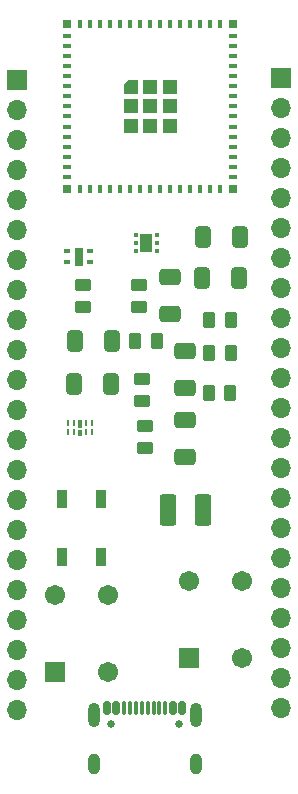
<source format=gbr>
%TF.GenerationSoftware,KiCad,Pcbnew,8.0.3*%
%TF.CreationDate,2024-07-05T15:20:34+05:30*%
%TF.ProjectId,multilayer1,6d756c74-696c-4617-9965-72312e6b6963,rev?*%
%TF.SameCoordinates,Original*%
%TF.FileFunction,Soldermask,Top*%
%TF.FilePolarity,Negative*%
%FSLAX46Y46*%
G04 Gerber Fmt 4.6, Leading zero omitted, Abs format (unit mm)*
G04 Created by KiCad (PCBNEW 8.0.3) date 2024-07-05 15:20:34*
%MOMM*%
%LPD*%
G01*
G04 APERTURE LIST*
G04 Aperture macros list*
%AMRoundRect*
0 Rectangle with rounded corners*
0 $1 Rounding radius*
0 $2 $3 $4 $5 $6 $7 $8 $9 X,Y pos of 4 corners*
0 Add a 4 corners polygon primitive as box body*
4,1,4,$2,$3,$4,$5,$6,$7,$8,$9,$2,$3,0*
0 Add four circle primitives for the rounded corners*
1,1,$1+$1,$2,$3*
1,1,$1+$1,$4,$5*
1,1,$1+$1,$6,$7*
1,1,$1+$1,$8,$9*
0 Add four rect primitives between the rounded corners*
20,1,$1+$1,$2,$3,$4,$5,0*
20,1,$1+$1,$4,$5,$6,$7,0*
20,1,$1+$1,$6,$7,$8,$9,0*
20,1,$1+$1,$8,$9,$2,$3,0*%
%AMOutline5P*
0 Free polygon, 5 corners , with rotation*
0 The origin of the aperture is its center*
0 number of corners: always 5*
0 $1 to $10 corner X, Y*
0 $11 Rotation angle, in degrees counterclockwise*
0 create outline with 5 corners*
4,1,5,$1,$2,$3,$4,$5,$6,$7,$8,$9,$10,$1,$2,$11*%
%AMOutline6P*
0 Free polygon, 6 corners , with rotation*
0 The origin of the aperture is its center*
0 number of corners: always 6*
0 $1 to $12 corner X, Y*
0 $13 Rotation angle, in degrees counterclockwise*
0 create outline with 6 corners*
4,1,6,$1,$2,$3,$4,$5,$6,$7,$8,$9,$10,$11,$12,$1,$2,$13*%
%AMOutline7P*
0 Free polygon, 7 corners , with rotation*
0 The origin of the aperture is its center*
0 number of corners: always 7*
0 $1 to $14 corner X, Y*
0 $15 Rotation angle, in degrees counterclockwise*
0 create outline with 7 corners*
4,1,7,$1,$2,$3,$4,$5,$6,$7,$8,$9,$10,$11,$12,$13,$14,$1,$2,$15*%
%AMOutline8P*
0 Free polygon, 8 corners , with rotation*
0 The origin of the aperture is its center*
0 number of corners: always 8*
0 $1 to $16 corner X, Y*
0 $17 Rotation angle, in degrees counterclockwise*
0 create outline with 8 corners*
4,1,8,$1,$2,$3,$4,$5,$6,$7,$8,$9,$10,$11,$12,$13,$14,$15,$16,$1,$2,$17*%
G04 Aperture macros list end*
%ADD10RoundRect,0.250000X0.412500X0.650000X-0.412500X0.650000X-0.412500X-0.650000X0.412500X-0.650000X0*%
%ADD11RoundRect,0.250000X-0.412500X-0.650000X0.412500X-0.650000X0.412500X0.650000X-0.412500X0.650000X0*%
%ADD12R,0.250000X0.625000*%
%ADD13R,0.450000X0.700000*%
%ADD14R,0.450000X0.575000*%
%ADD15RoundRect,0.250000X0.262500X0.450000X-0.262500X0.450000X-0.262500X-0.450000X0.262500X-0.450000X0*%
%ADD16R,0.800000X0.400000*%
%ADD17R,0.400000X0.800000*%
%ADD18Outline5P,-0.600000X0.204000X-0.204000X0.600000X0.600000X0.600000X0.600000X-0.600000X-0.600000X-0.600000X0.000000*%
%ADD19R,1.200000X1.200000*%
%ADD20R,0.800000X0.800000*%
%ADD21RoundRect,0.093750X-0.093750X-0.106250X0.093750X-0.106250X0.093750X0.106250X-0.093750X0.106250X0*%
%ADD22R,1.000000X1.600000*%
%ADD23RoundRect,0.250000X0.450000X-0.262500X0.450000X0.262500X-0.450000X0.262500X-0.450000X-0.262500X0*%
%ADD24RoundRect,0.250000X-0.450000X0.262500X-0.450000X-0.262500X0.450000X-0.262500X0.450000X0.262500X0*%
%ADD25RoundRect,0.102000X0.754000X-0.754000X0.754000X0.754000X-0.754000X0.754000X-0.754000X-0.754000X0*%
%ADD26C,1.712000*%
%ADD27RoundRect,0.250001X-0.462499X-1.074999X0.462499X-1.074999X0.462499X1.074999X-0.462499X1.074999X0*%
%ADD28C,0.650000*%
%ADD29RoundRect,0.150000X-0.150000X-0.425000X0.150000X-0.425000X0.150000X0.425000X-0.150000X0.425000X0*%
%ADD30RoundRect,0.075000X-0.075000X-0.500000X0.075000X-0.500000X0.075000X0.500000X-0.075000X0.500000X0*%
%ADD31O,1.000000X2.100000*%
%ADD32O,1.000000X1.800000*%
%ADD33R,0.600000X0.400000*%
%ADD34R,0.700000X1.600000*%
%ADD35RoundRect,0.250000X-0.650000X0.412500X-0.650000X-0.412500X0.650000X-0.412500X0.650000X0.412500X0*%
%ADD36RoundRect,0.250000X0.650000X-0.412500X0.650000X0.412500X-0.650000X0.412500X-0.650000X-0.412500X0*%
%ADD37R,0.900000X1.500000*%
%ADD38RoundRect,0.250000X-0.262500X-0.450000X0.262500X-0.450000X0.262500X0.450000X-0.262500X0.450000X0*%
%ADD39R,1.700000X1.700000*%
%ADD40O,1.700000X1.700000*%
G04 APERTURE END LIST*
D10*
%TO.C,C1*%
X161455500Y-102997000D03*
X158330500Y-102997000D03*
%TD*%
%TO.C,C7*%
X161561000Y-99314000D03*
X158436000Y-99314000D03*
%TD*%
D11*
%TO.C,C6*%
X169252500Y-90551000D03*
X172377500Y-90551000D03*
%TD*%
D12*
%TO.C,U1*%
X159861000Y-106299000D03*
X159361000Y-106299000D03*
D13*
X158861000Y-106336500D03*
D12*
X158361000Y-106299000D03*
X157861000Y-106299000D03*
X157861000Y-107074000D03*
X158361000Y-107074000D03*
D14*
X158861000Y-107099000D03*
D12*
X159361000Y-107074000D03*
X159861000Y-107074000D03*
%TD*%
D15*
%TO.C,R3*%
X171600500Y-103759000D03*
X169775500Y-103759000D03*
%TD*%
D16*
%TO.C,U3*%
X157797000Y-73523000D03*
X157797000Y-74373000D03*
X157797000Y-75223000D03*
X157797000Y-76073000D03*
X157797000Y-76923000D03*
X157797000Y-77773000D03*
X157797000Y-78623000D03*
X157797000Y-79473000D03*
X157797000Y-80323000D03*
X157797000Y-81173000D03*
X157797000Y-82023000D03*
X157797000Y-82873000D03*
X157797000Y-83723000D03*
X157797000Y-84573000D03*
X157797000Y-85423000D03*
D17*
X158847000Y-86473000D03*
X159697000Y-86473000D03*
X160547000Y-86473000D03*
X161397000Y-86473000D03*
X162247000Y-86473000D03*
X163097000Y-86473000D03*
X163947000Y-86473000D03*
X164797000Y-86473000D03*
X165647000Y-86473000D03*
X166497000Y-86473000D03*
X167347000Y-86473000D03*
X168197000Y-86473000D03*
X169047000Y-86473000D03*
X169897000Y-86473000D03*
X170747000Y-86473000D03*
D16*
X171797000Y-85423000D03*
X171797000Y-84573000D03*
X171797000Y-83723000D03*
X171797000Y-82873000D03*
X171797000Y-82023000D03*
X171797000Y-81173000D03*
X171797000Y-80323000D03*
X171797000Y-79473000D03*
X171797000Y-78623000D03*
X171797000Y-77773000D03*
X171797000Y-76923000D03*
X171797000Y-76073000D03*
X171797000Y-75223000D03*
X171797000Y-74373000D03*
X171797000Y-73523000D03*
D17*
X170747000Y-72473000D03*
X169897000Y-72473000D03*
X169047000Y-72473000D03*
X168197000Y-72473000D03*
X167347000Y-72473000D03*
X166497000Y-72473000D03*
X165647000Y-72473000D03*
X164797000Y-72473000D03*
X163947000Y-72473000D03*
X163097000Y-72473000D03*
X162247000Y-72473000D03*
X161397000Y-72473000D03*
X160547000Y-72473000D03*
X159697000Y-72473000D03*
X158847000Y-72473000D03*
D18*
X163147000Y-77823000D03*
D19*
X163147000Y-79473000D03*
X163147000Y-81123000D03*
X164797000Y-77823000D03*
X164797000Y-79473000D03*
X164797000Y-81123000D03*
X166447000Y-77823000D03*
X166447000Y-79473000D03*
X166447000Y-81123000D03*
D20*
X157797000Y-72473000D03*
X157797000Y-86473000D03*
X171797000Y-86473000D03*
X171797000Y-72473000D03*
%TD*%
D21*
%TO.C,U4*%
X163577500Y-90390000D03*
X163577500Y-91040000D03*
X163577500Y-91690000D03*
X165352500Y-91690000D03*
X165352500Y-91040000D03*
X165352500Y-90390000D03*
D22*
X164465000Y-91040000D03*
%TD*%
D23*
%TO.C,R8*%
X163830000Y-96416500D03*
X163830000Y-94591500D03*
%TD*%
%TO.C,R1*%
X164084000Y-104417500D03*
X164084000Y-102592500D03*
%TD*%
D15*
%TO.C,R5*%
X171624000Y-97536000D03*
X169799000Y-97536000D03*
%TD*%
D24*
%TO.C,R7*%
X159131000Y-94615000D03*
X159131000Y-96440000D03*
%TD*%
D15*
%TO.C,R4*%
X171624000Y-100330000D03*
X169799000Y-100330000D03*
%TD*%
D25*
%TO.C,reset1*%
X156754000Y-127329000D03*
D26*
X156754000Y-120829000D03*
X161254000Y-127329000D03*
X161254000Y-120829000D03*
%TD*%
D23*
%TO.C,R2*%
X164338000Y-108354500D03*
X164338000Y-106529500D03*
%TD*%
D27*
%TO.C,D2*%
X166279500Y-113665000D03*
X169254500Y-113665000D03*
%TD*%
D28*
%TO.C,J2*%
X161448000Y-131774000D03*
X167228000Y-131774000D03*
D29*
X161138000Y-130432000D03*
X161938000Y-130432000D03*
D30*
X163088000Y-130432000D03*
X164088000Y-130432000D03*
X164588000Y-130432000D03*
X165588000Y-130432000D03*
D29*
X166738000Y-130432000D03*
X167538000Y-130432000D03*
X167538000Y-130432000D03*
X166738000Y-130432000D03*
D30*
X166088000Y-130432000D03*
X165088000Y-130432000D03*
X163588000Y-130432000D03*
X162588000Y-130432000D03*
D29*
X161938000Y-130432000D03*
X161138000Y-130432000D03*
D31*
X160018000Y-131007000D03*
D32*
X160018000Y-135187000D03*
D31*
X168658000Y-131007000D03*
D32*
X168658000Y-135187000D03*
%TD*%
D11*
%TO.C,C5*%
X169231000Y-93980000D03*
X172356000Y-93980000D03*
%TD*%
D33*
%TO.C,U2*%
X157800000Y-91727000D03*
X157800000Y-92677000D03*
X159700000Y-92677000D03*
X159700000Y-91727000D03*
D34*
X158750000Y-92202000D03*
%TD*%
D35*
%TO.C,C4*%
X166497000Y-93920000D03*
X166497000Y-97045000D03*
%TD*%
D36*
%TO.C,C2*%
X167767000Y-109131500D03*
X167767000Y-106006500D03*
%TD*%
D37*
%TO.C,D1*%
X160654000Y-112739000D03*
X157354000Y-112739000D03*
X157354000Y-117639000D03*
X160654000Y-117639000D03*
%TD*%
D36*
%TO.C,C3*%
X167767000Y-103328000D03*
X167767000Y-100203000D03*
%TD*%
D38*
%TO.C,R6*%
X163529000Y-99314000D03*
X165354000Y-99314000D03*
%TD*%
D25*
%TO.C,boot1*%
X168057000Y-126186000D03*
D26*
X168057000Y-119686000D03*
X172557000Y-126186000D03*
X172557000Y-119686000D03*
%TD*%
D39*
%TO.C,J1*%
X153543000Y-77216000D03*
D40*
X153543000Y-79756000D03*
X153543000Y-82296000D03*
X153543000Y-84836000D03*
X153543000Y-87376000D03*
X153543000Y-89916000D03*
X153543000Y-92456000D03*
X153543000Y-94996000D03*
X153543000Y-97536000D03*
X153543000Y-100076000D03*
X153543000Y-102616000D03*
X153543000Y-105156000D03*
X153543000Y-107696000D03*
X153543000Y-110236000D03*
X153543000Y-112776000D03*
X153543000Y-115316000D03*
X153543000Y-117856000D03*
X153543000Y-120396000D03*
X153543000Y-122936000D03*
X153543000Y-125476000D03*
X153543000Y-128016000D03*
X153543000Y-130556000D03*
%TD*%
D39*
%TO.C,J3*%
X175895000Y-77089000D03*
D40*
X175895000Y-79629000D03*
X175895000Y-82169000D03*
X175895000Y-84709000D03*
X175895000Y-87249000D03*
X175895000Y-89789000D03*
X175895000Y-92329000D03*
X175895000Y-94869000D03*
X175895000Y-97409000D03*
X175895000Y-99949000D03*
X175895000Y-102489000D03*
X175895000Y-105029000D03*
X175895000Y-107569000D03*
X175895000Y-110109000D03*
X175895000Y-112649000D03*
X175895000Y-115189000D03*
X175895000Y-117729000D03*
X175895000Y-120269000D03*
X175895000Y-122809000D03*
X175895000Y-125349000D03*
X175895000Y-127889000D03*
X175895000Y-130429000D03*
%TD*%
M02*

</source>
